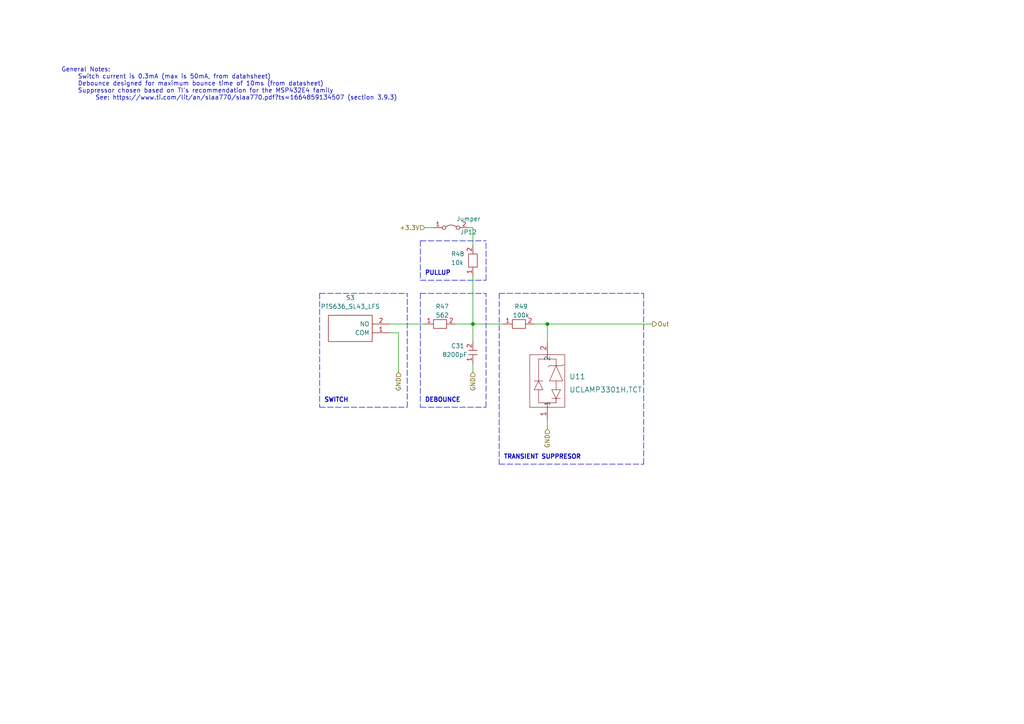
<source format=kicad_sch>
(kicad_sch (version 20211123) (generator eeschema)
  (paper "A4")
  (title_block (title "Button_Subsystem") (rev "1") (company "The Great Gambit"))
  (lib_symbols
    (symbol "C1210C822K2RACAUTO:C1210C822K2RACAUTO" (pin_names (offset 0.762))
      (property "Reference" "C" (at 8.89 6.35 0))
      (property "Value" "C1210C822K2RACAUTO" (at 8.89 3.81 0))
      (symbol "C1210C822K2RACAUTO_0_0"
        (pin passive line (at 0 0 0) (length 2.45) (name "~") (number "1"))
        (pin passive line (at 6.35 0 180) (length 2.45) (name "~") (number "2"))
      )
      (symbol "C1210C822K2RACAUTO_0_1"
        (polyline (pts (xy 2.54 1.27) (xy 2.54 -1.27)) (stroke (width 0.1524)))
        (polyline (pts (xy 3.81 1.27) (xy 3.81 -1.27)) (stroke (width 0.1524)))
      )
    )
    (symbol "CR0402-FX-5620GLF:CR0402-FX-5620GLF" (pin_names (offset 0.762))
      (property "Reference" "R" (at 13.97 6.35 0))
      (property "Value" "CR0402-FX-5620GLF" (at 13.97 3.81 0))
      (symbol "CR0402-FX-5620GLF_0_0"
        (pin passive line (at 0 0 0) (length 2.45) (name "~") (number "1"))
        (pin passive line (at 8.89 0 180) (length 2.45) (name "~") (number "2"))
      )
      (symbol "CR0402-FX-5620GLF_0_1"
        (polyline (pts (xy 2.54 1.27) (xy 6.35 1.27) (xy 6.35 -1.27) (xy 2.54 -1.27) (xy 2.54 1.27)) (stroke (width 0.1524)))
      )
    )
    (symbol "PH1-02-UA:PH1-02-UA"
      (property "Reference" "JP" (at 0 0 0))
      (property "Value" "PH1-02-UA" (at 0 0 0))
      (symbol "PH1-02-UA_0_0"
        (circle (center -2.032 2.54) (radius 0.508))
        (circle (center 2.032 2.54) (radius 0.508))
      )
      (symbol "PH1-02-UA_0_1"
        (arc (start 1.524 2.794) (mid 0 3.302) (end -1.524 2.794))
      )
      (symbol "PH1-02-UA_1_1"
        (pin passive line (at -5.08 2.54 0) (length 2.54) (name "") (number "1"))
        (pin passive line (at 5.08 2.54 180) (length 2.54) (name "") (number "2"))
      )
    )
    (symbol "PTS636_SL43_LFS:PTS636_SL43_LFS" (pin_names (offset 0.762))
      (property "Reference" "S" (at 19.05 7.62 0))
      (property "Value" "PTS636_SL43_LFS" (at 19.05 5.08 0))
      (symbol "PTS636_SL43_LFS_0_0"
        (pin passive line (at 0 0 0) (length 5.08) (name "COM") (number "1"))
        (pin passive line (at 0 -2.54 0) (length 5.08) (name "NO") (number "2"))
      )
      (symbol "PTS636_SL43_LFS_0_1"
        (polyline (pts (xy 5.08 2.54) (xy 17.78 2.54) (xy 17.78 -5.08) (xy 5.08 -5.08) (xy 5.08 2.54)) (stroke (width 0.1524)))
      )
    )
    (symbol "RCV2512100KFKEGAT:RCV2512100KFKEGAT" (pin_names (offset 0.762))
      (property "Reference" "R" (at 13.97 6.35 0))
      (property "Value" "RCV2512100KFKEGAT" (at 13.97 3.81 0))
      (symbol "RCV2512100KFKEGAT_0_0"
        (pin passive line (at 0 0 0) (length 2.45) (name "~") (number "1"))
        (pin passive line (at 8.89 0 180) (length 2.45) (name "~") (number "2"))
      )
      (symbol "RCV2512100KFKEGAT_0_1"
        (polyline (pts (xy 2.54 1.27) (xy 6.35 1.27) (xy 6.35 -1.27) (xy 2.54 -1.27) (xy 2.54 1.27)) (stroke (width 0.1524)))
      )
    )
    (symbol "RMCF1206FT10K0:10k" (pin_names (offset 0.762))
      (property "Reference" "R" (at 13.97 6.35 0))
      (property "Value" "10k" (at 13.97 3.81 0))
      (symbol "10k_0_0"
        (pin passive line (at 0 0 0) (length 2.45) (name "~") (number "1"))
        (pin passive line (at 8.89 0 180) (length 2.45) (name "~") (number "2"))
      )
      (symbol "10k_0_1"
        (polyline (pts (xy 2.54 1.27) (xy 6.35 1.27) (xy 6.35 -1.27) (xy 2.54 -1.27) (xy 2.54 1.27)) (stroke (width 0.1524)))
      )
    )
    (symbol "UCLAMP3301H-TCT:UCLAMP3301H.TCT" (pin_names (offset 0.254))
      (property "Reference" "U" (at 20.32 10.16 0))
      (property "Value" "UCLAMP3301H.TCT" (at 20.32 7.62 0))
      (symbol "UCLAMP3301H.TCT_0_1"
        (polyline (pts (xy 12.7 0) (xy 13.97 0)))
        (polyline (pts (xy 13.97 -2.54) (xy 15.24 -2.54)))
        (polyline (pts (xy 27.94 0) (xy 26.67 0)))
      )
      (symbol "UCLAMP3301H.TCT_1_1"
        (polyline (pts (xy 12.7 -5.08) (xy 27.94 -5.08)) (stroke (width 0.127)))
        (polyline (pts (xy 12.7 5.08) (xy 12.7 -5.08)) (stroke (width 0.127)))
        (polyline (pts (xy 13.97 0) (xy 13.97 -2.54)) (stroke (width 0.127)))
        (polyline (pts (xy 13.97 0) (xy 13.97 2.54)) (stroke (width 0.127)))
        (polyline (pts (xy 13.97 2.54) (xy 17.78 2.54)) (stroke (width 0.127)))
        (polyline (pts (xy 15.24 -2.54) (xy 15.24 -3.81)) (stroke (width 0.127)))
        (polyline (pts (xy 15.24 -2.54) (xy 15.24 -1.27)) (stroke (width 0.127)))
        (polyline (pts (xy 15.24 -2.54) (xy 17.78 -1.27)) (stroke (width 0.127)))
        (polyline (pts (xy 17.78 -3.81) (xy 15.24 -2.54)) (stroke (width 0.127)))
        (polyline (pts (xy 17.78 -2.54) (xy 20.32 -2.54)) (stroke (width 0.127)))
        (polyline (pts (xy 17.78 -1.27) (xy 17.78 -3.81)) (stroke (width 0.127)))
        (polyline (pts (xy 17.78 1.27) (xy 20.32 2.54)) (stroke (width 0.127)))
        (polyline (pts (xy 17.78 2.54) (xy 17.78 1.27)) (stroke (width 0.127)))
        (polyline (pts (xy 17.78 2.54) (xy 17.78 3.81)) (stroke (width 0.127)))
        (polyline (pts (xy 17.78 3.81) (xy 20.32 2.54)) (stroke (width 0.127)))
        (polyline (pts (xy 20.32 -4.445) (xy 24.765 -2.54)) (stroke (width 0.127)))
        (polyline (pts (xy 20.32 -2.54) (xy 20.32 -4.445)) (stroke (width 0.127)))
        (polyline (pts (xy 20.32 -2.54) (xy 20.32 -0.635)) (stroke (width 0.127)))
        (polyline (pts (xy 20.32 -0.635) (xy 24.765 -2.54)) (stroke (width 0.127)))
        (polyline (pts (xy 20.32 2.54) (xy 20.32 1.27)) (stroke (width 0.127)))
        (polyline (pts (xy 20.32 2.54) (xy 20.32 3.81)) (stroke (width 0.127)))
        (polyline (pts (xy 20.32 2.54) (xy 22.86 2.54)) (stroke (width 0.127)))
        (polyline (pts (xy 24.765 -4.445) (xy 24.765 -0.635)) (stroke (width 0.127)))
        (polyline (pts (xy 24.765 -4.445) (xy 25.146 -4.826)) (stroke (width 0.127)))
        (polyline (pts (xy 24.765 -2.54) (xy 26.67 -2.54)) (stroke (width 0.127)))
        (polyline (pts (xy 24.765 -0.635) (xy 24.384 -0.254)) (stroke (width 0.127)))
        (polyline (pts (xy 26.67 0) (xy 26.67 -2.54)) (stroke (width 0.127)))
        (polyline (pts (xy 26.67 0) (xy 26.67 2.54)) (stroke (width 0.127)))
        (polyline (pts (xy 26.67 2.54) (xy 22.86 2.54)) (stroke (width 0.127)))
        (polyline (pts (xy 27.94 -5.08) (xy 27.94 5.08)) (stroke (width 0.127)))
        (polyline (pts (xy 27.94 5.08) (xy 12.7 5.08)) (stroke (width 0.127)))
        (pin passive line (at 8.89 0 0) (length 3.8) (name "1") (number "1"))
        (pin passive line (at 31.75 0 180) (length 3.8) (name "2") (number "2"))
      )
    )
  )
  (junction (at 158.75 93.98))
  (junction (at 137.16 93.98))
  (polyline (pts (xy 118.11 118.11) (xy 118.11 85.09)))
  (polyline (pts (xy 140.97 118.11) (xy 140.97 85.09)))
  (polyline (pts (xy 121.92 85.09) (xy 121.92 118.11)))
  (polyline (pts (xy 121.92 81.28) (xy 140.97 81.28)))
  (polyline (pts (xy 186.69 134.62) (xy 186.69 85.09)))
  (polyline (pts (xy 92.71 85.09) (xy 118.11 85.09)))
  (wire (pts (xy 158.75 93.98) (xy 189.23 93.98)))
  (wire (pts (xy 113.03 96.52) (xy 115.57 96.52)))
  (wire (pts (xy 158.75 93.98) (xy 158.75 99.06)))
  (polyline (pts (xy 121.92 69.85) (xy 140.97 69.85)))
  (wire (pts (xy 137.16 93.98) (xy 137.16 99.06)))
  (polyline (pts (xy 144.78 134.62) (xy 186.69 134.62)))
  (polyline (pts (xy 92.71 85.09) (xy 92.71 118.11)))
  (wire (pts (xy 132.08 93.98) (xy 137.16 93.98)))
  (wire (pts (xy 137.16 66.04) (xy 137.16 71.12)))
  (wire (pts (xy 137.16 93.98) (xy 146.05 93.98)))
  (polyline (pts (xy 140.97 81.28) (xy 140.97 69.85)))
  (wire (pts (xy 115.57 96.52) (xy 115.57 107.95)))
  (polyline (pts (xy 121.92 85.09) (xy 140.97 85.09)))
  (polyline (pts (xy 121.92 118.11) (xy 140.97 118.11)))
  (wire (pts (xy 113.03 93.98) (xy 123.19 93.98)))
  (wire (pts (xy 137.16 105.41) (xy 137.16 107.95)))
  (wire (pts (xy 158.75 121.92) (xy 158.75 124.46)))
  (polyline (pts (xy 92.71 118.11) (xy 118.11 118.11)))
  (polyline (pts (xy 121.92 69.85) (xy 121.92 81.28)))
  (wire (pts (xy 137.16 80.01) (xy 137.16 93.98)))
  (wire (pts (xy 123.19 66.04) (xy 125.73 66.04)))
  (polyline (pts (xy 144.78 85.09) (xy 186.69 85.09)))
  (wire (pts (xy 135.89 66.04) (xy 137.16 66.04)))
  (polyline (pts (xy 144.78 85.09) (xy 144.78 134.62)))
  (wire (pts (xy 154.94 93.98) (xy 158.75 93.98)))
  (text "TRANSIENT SUPPRESOR" (at 146.05 133.35 0) (effects (font (size 1.27 1.27) bold) (justify left bottom)))
  (text "DEBOUNCE" (at 123.19 116.84 0) (effects (font (size 1.27 1.27) bold) (justify left bottom)))
  (text "General Notes:\n	Switch current is 0.3mA (max is 50mA, from datahsheet)\n	Debounce designed for maximum bounce time of 10ms (from datasheet)\n	Suppressor chosen based on TI's recommendation for the MSP432E4 family \n		See: https://www.ti.com/lit/an/slaa770/slaa770.pdf?ts=1664859134507 (section 3.9.3)" (at 17.78 29.21 0) (effects (font (size 1.27 1.27)) (justify left bottom)))
  (text "SWITCH" (at 93.98 116.84 0) (effects (font (size 1.27 1.27) (thickness 0.254) bold) (justify left bottom)))
  (text "PULLUP" (at 123.19 80.01 0) (effects (font (size 1.27 1.27) bold) (justify left bottom)))
  (hierarchical_label "GND" (shape input) (at 137.16 107.95 270))
  (hierarchical_label "GND" (shape input) (at 115.57 107.95 270))
  (hierarchical_label "GND" (shape input) (at 158.75 124.46 270))
  (hierarchical_label "Out" (shape output) (at 189.23 93.98 0))
  (hierarchical_label "+3.3V" (shape input) (at 123.19 66.04 180))
  (symbol (lib_id "RMCF1206FT10K0:10k") (at 137.16 80.01 90) (unit 1)
    (property "Reference" "R48" (at 130.81 73.66 90) (effects (justify right)))
    (property "Value" "10k" (at 130.81 76.2 90) (effects (justify right)))
    (property "Footprint" "RMCF1206FT10K0:RMCF1206FT10K0" (effects hide))
    (property "Datasheet" "https://www.seielect.com/catalog/sei-rmcf_rmcp.pdf" (effects hide))
    (property "Manufacturer's Part Number" "RMCF1206FT10K0" (effects hide))
    (property "Digikey Part Number" "RMCF1206FT10K0CT-ND" (effects hide))
    (property "Digikey Link" "https://www.digikey.com/en/products/detail/stackpole-electronics-inc/RMCF1206FT10K0/1759669" (effects hide))
  )
  (symbol (lib_id "PH1-02-UA:PH1-02-UA") (at 130.81 68.58 0) (unit 1)
    (property "Reference" "JP12" (at 135.89 67.31 0))
    (property "Value" "Jumper" (at 135.89 63.5 0))
    (property "Footprint" "TestPoint:TestPoint_2Pads_Pitch2.54mm_Drill0.8mm" (effects hide))
    (property "Datasheet" "https://app.adam-tech.com/products/download/data_sheet/201605/ph1-xx-ua-data-sheet.pdf" (effects hide))
    (property "Digikey Part Number" "2057-PH1-02-UA-ND" (effects hide))
    (property "Digikey Link" "https://www.digikey.com/en/products/detail/adam-tech/PH1-02-UA/9830266?s=N4IgTCBcDa4AwFYDsBaACgCQIwrmFAqgIIoByAIiALoC%2BQA" (effects hide))
    (property "Manufacturer's Part Number" "PH1-02-UA" (effects hide))
  )
  (symbol (lib_id "CR0402-FX-5620GLF:CR0402-FX-5620GLF") (at 123.19 93.98 0) (unit 1)
    (property "Reference" "R47" (at 128.27 88.9 0))
    (property "Value" "562" (at 128.27 91.44 0))
    (property "Footprint" "CR0402-FX-5620GLF:RESC1005X40N" (effects hide))
    (property "Datasheet" "https://componentsearchengine.com/Datasheets/1/CR0402-FX-5620GLF.pdf" (effects hide))
    (property "Manufacturer's Part Number" "CR0402-FX-5620GLF" (effects hide))
    (property "Digikey Part Number" "118-CR0402-FX-5620GLFCT-ND" (effects hide))
    (property "Mouser Part Number" "652-CR0402FX-5620GLF" (effects hide))
    (property "Digikey Link" "https://www.digikey.com/en/products/detail/bourns-inc/CR0402-FX-5620GLF/3783429?s=N4IgTCBcDaIAQGEBKAGALCsBaAYgDSwFYA2MFAcQBkcQBdAXyA" (effects hide))
    (property "Mouser Link" "https://www.mouser.com/ProductDetail/Bourns/CR0402-FX-5620GLF?qs=sGAEpiMZZMtlubZbdhIBIDfFWzqdPB9%252B4rUQL12%252Bb9s%3D" (effects hide))
  )
  (symbol (lib_id "UCLAMP3301H-TCT:UCLAMP3301H.TCT") (at 158.75 130.81 90) (unit 1)
    (property "Reference" "U11" (at 165.1 109.22 90) (effects (font (size 1.524 1.524)) (justify right)))
    (property "Value" "UCLAMP3301H.TCT" (at 165.1 113.03 90) (effects (font (size 1.524 1.524)) (justify right)))
    (property "Footprint" "UCLAMP3310H-TCT:UCLAMP3301H.TCT" (effects hide))
    (property "Datasheet" "https://semtech.my.salesforce.com/sfc/p/#E0000000JelG/a/44000000MDWf/s0KJxyOHQyYOcvBXVBK9X3X8Cxj1gNltZ2vd2k1S0Wo" (effects hide))
    (property "Digikey Part Number" "UCLAMP3301HDKR-ND" (effects hide))
    (property "Mouser Part Number" " 947-UCLAMP3301H.TCT " (effects hide))
    (property "Digikey Link" "https://www.digikey.com/en/products/detail/semtech-corporation/UCLAMP3301H-TCT/1000952" (effects hide))
    (property "Mouser Link" "https://www.mouser.com/ProductDetail/Semtech/UCLAMP3301H.TCT?qs=rBWM4%252BvDhIeimYmappCp5Q%3D%3D" (effects hide))
    (property "Manufacturer's Part Number" "UCLAMP3301H.TCT" (effects hide))
  )
  (symbol (lib_id "RCV2512100KFKEGAT:RCV2512100KFKEGAT") (at 146.05 93.98 0) (unit 1)
    (property "Reference" "R49" (at 151.13 88.9 0))
    (property "Value" "100k" (at 151.13 91.44 0))
    (property "Footprint" "RCV2512100KFKEGAT:RESC6332X70N" (effects hide))
    (property "Datasheet" "https://www.vishay.com/docs/20082/rcvat-e3.pdf" (effects hide))
    (property "Manufacturer's Part Number" "RCV2512100KFKEGAT" (effects hide))
    (property "Digikey Part Number" "541-RCV2512100KFKEGATCT-ND" (effects hide))
    (property "Mouser Part Number" "71-RCV2512100KFKEGAT" (effects hide))
    (property "Digikey Link" "https://www.digikey.com/en/products/detail/vishay-dale/RCV2512100KFKEGAT/13985179?s=N4IgTCBcDaIEoGEBqYCsBGM6AM2DSAYngKIDiAggCoAEIAugL5A" (effects hide))
    (property "Mouser Link" "https://www.mouser.com/ProductDetail/Vishay-Draloric/RCV2512100KFKEGAT?qs=sGAEpiMZZMtlubZbdhIBIOK8YY79HZuiqCZ6uF64pjM%3D" (effects hide))
  )
  (symbol (lib_id "PTS636_SL43_LFS:PTS636_SL43_LFS") (at 113.03 96.52 180) (unit 1)
    (property "Reference" "S3" (at 101.6 86.36 0))
    (property "Value" "PTS636_SL43_LFS" (at 101.6 88.9 0))
    (property "Footprint" "PTS636_SL43_LFS:PTS636SL43LFS" (effects hide))
    (property "Datasheet" "https://componentsearchengine.com/Datasheets/1/PTS636 SL43 LFS.pdf" (effects hide))
    (property "Manufacturer's Part Number" "PTS636 SL43 LFS" (effects hide))
    (property "Digikey Part Number" "CKN12301-ND" (effects hide))
    (property "Mouser Part Number" "611-PTS636SL43LFS" (effects hide))
    (property "Digikey Link" "https://www.digikey.com/en/products/detail/c-k/PTS636-SL43-LFS/10071714" (effects hide))
    (property "Mouser Link" "https://www.mouser.com/ProductDetail/CK/PTS636-SL43-LFS?qs=vLWxofP3U2xHB0Q2opWSaw%3D%3D" (effects hide))
  )
  (symbol (lib_id "C1210C822K2RACAUTO:C1210C822K2RACAUTO") (at 137.16 105.41 90) (unit 1)
    (property "Reference" "C31" (at 130.81 100.33 90) (effects (justify right)))
    (property "Value" "8200pF" (at 128.27 102.87 90) (effects (justify right)))
    (property "Footprint" "C1210C822K2RACAUTO:CAPC3225X88N" (effects hide))
    (property "Datasheet" "https://content.kemet.com/datasheets/KEM_C1023_X7R_AUTO_SMD.pdf" (effects hide))
    (property "Manufacturer's Part Number" "C1210C822K2RACAUTO" (effects hide))
    (property "Digikey Part Number" "399-C1210C822K2RACAUTOCT-ND" (effects hide))
    (property "Mouser Part Number" "80-C1210C822K2RAUTO" (effects hide))
    (property "Digikey Link" "https://www.digikey.com/en/products/detail/kemet/C1210C822K2RACAUTO/16524786?s=N4IgTCBcDaIMIEYwIAxwBxjAaTAJQEE4CBVAFQHkACEAXQF8g" (effects hide))
    (property "Mouser Link" "https://www.mouser.com/ProductDetail/KEMET/C1210C822K2RACAUTO?qs=sGAEpiMZZMukHu%252BjC5l7YfRfrXj%2FJXIdfvr9FKYreLc%3D" (effects hide))
  )
)
</source>
